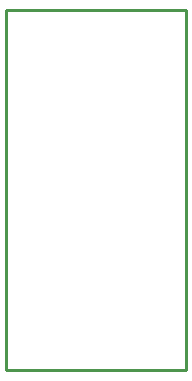
<source format=gbr>
G04 EAGLE Gerber RS-274X export*
G75*
%MOMM*%
%FSLAX34Y34*%
%LPD*%
%IN*%
%IPPOS*%
%AMOC8*
5,1,8,0,0,1.08239X$1,22.5*%
G01*
%ADD10C,0.254000*%


D10*
X0Y0D02*
X152400Y0D01*
X152400Y304800D01*
X0Y304800D01*
X0Y0D01*
M02*

</source>
